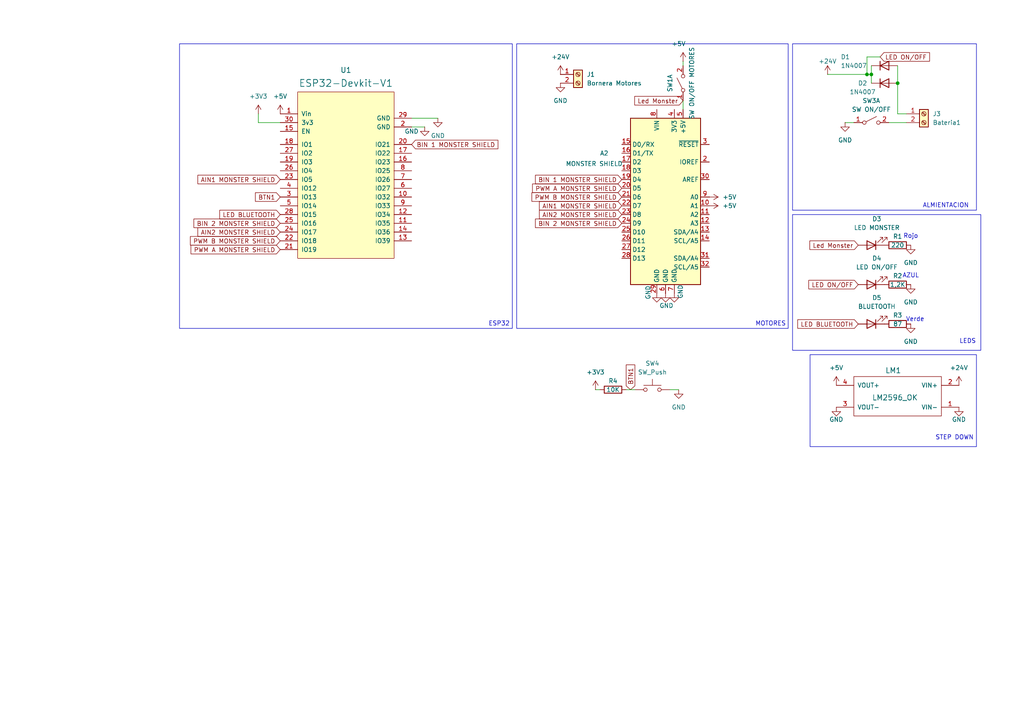
<source format=kicad_sch>
(kicad_sch (version 20231120) (generator "eeschema") (generator_version "8.0")
  (paper "A4")
  (lib_symbols
    (symbol "Connector:Screw_Terminal_01x02" (pin_names (offset 1.016) hide)
      (property "Reference" "J" (at 0 2.54 0))
      (property "Value" "Screw_Terminal_01x02" (at 0 -5.08 0))
      (symbol "Screw_Terminal_01x02_1_1"
        (rectangle (start -1.27 1.27) (end 1.27 -3.81) (stroke (width 0.254)) (fill (type background)))
        (circle (center 0 -2.54) (radius 0.635) (stroke (width 0.1524)))
        (polyline (pts (xy -0.5334 -2.2098) (xy 0.3302 -3.048)) (stroke (width 0.1524)))
        (polyline (pts (xy -0.5334 0.3302) (xy 0.3302 -0.508)) (stroke (width 0.1524)))
        (polyline (pts (xy -0.3556 -2.032) (xy 0.508 -2.8702)) (stroke (width 0.1524)))
        (polyline (pts (xy -0.3556 0.508) (xy 0.508 -0.3302)) (stroke (width 0.1524)))
        (circle (center 0 0) (radius 0.635) (stroke (width 0.1524)))
        (pin passive line (at -5.08 0 0) (length 3.81) (name "Pin_1") (number "1"))
        (pin passive line (at -5.08 -2.54 0) (length 3.81) (name "Pin_2") (number "2"))
      )
    )
    (symbol "Device:LED" (pin_numbers hide) (pin_names (offset 1.016) hide)
      (property "Reference" "D" (at 0 2.54 0))
      (property "Value" "LED" (at 0 -2.54 0))
      (symbol "LED_0_1"
        (polyline (pts (xy -1.27 -1.27) (xy -1.27 1.27)) (stroke (width 0.254)))
        (polyline (pts (xy -1.27 0) (xy 1.27 0)))
        (polyline (pts (xy 1.27 -1.27) (xy 1.27 1.27) (xy -1.27 0) (xy 1.27 -1.27)) (stroke (width 0.254)))
        (polyline (pts (xy -3.048 -0.762) (xy -4.572 -2.286) (xy -3.81 -2.286) (xy -4.572 -2.286) (xy -4.572 -1.524)))
        (polyline (pts (xy -1.778 -0.762) (xy -3.302 -2.286) (xy -2.54 -2.286) (xy -3.302 -2.286) (xy -3.302 -1.524)))
      )
      (symbol "LED_1_1"
        (pin passive line (at -3.81 0 0) (length 2.54) (name "K") (number "1"))
        (pin passive line (at 3.81 0 180) (length 2.54) (name "A") (number "2"))
      )
    )
    (symbol "Device:R" (pin_numbers hide) (pin_names (offset 0))
      (property "Reference" "R" (at 2.032 0 90))
      (property "Value" "R" (at 0 0 90))
      (symbol "R_0_1"
        (rectangle (start -1.016 -2.54) (end 1.016 2.54) (stroke (width 0.254)))
      )
      (symbol "R_1_1"
        (pin passive line (at 0 3.81 270) (length 1.27) (name "~") (number "1"))
        (pin passive line (at 0 -3.81 90) (length 1.27) (name "~") (number "2"))
      )
    )
    (symbol "Diode:1N4007" (pin_numbers hide) (pin_names hide)
      (property "Reference" "D" (at 0 2.54 0))
      (property "Value" "1N4007" (at 0 -2.54 0))
      (symbol "1N4007_0_1"
        (polyline (pts (xy -1.27 1.27) (xy -1.27 -1.27)) (stroke (width 0.254)))
        (polyline (pts (xy 1.27 0) (xy -1.27 0)))
        (polyline (pts (xy 1.27 1.27) (xy 1.27 -1.27) (xy -1.27 0) (xy 1.27 1.27)) (stroke (width 0.254)))
      )
      (symbol "1N4007_1_1"
        (pin passive line (at -3.81 0 0) (length 2.54) (name "K") (number "1"))
        (pin passive line (at 3.81 0 180) (length 2.54) (name "A") (number "2"))
      )
    )
    (symbol "LM2596:LM2596_OK" (pin_names (offset 1.016))
      (property "Reference" "LM1" (at 7.366 -1.524 90))
      (property "Value" "LM2596_OK" (at 4.572 -1.27 90))
      (symbol "LM2596_OK_0_1"
        (rectangle (start -8.89 11.43) (end 2.54 -13.97))
      )
      (symbol "LM2596_OK_1_1"
        (pin input line (at 0 -19.05 90) (length 5.08) (name "VIN-") (number "1"))
        (pin input line (at -6.35 -19.05 90) (length 5.08) (name "VIN+") (number "2"))
        (pin input line (at 0 16.51 270) (length 5.08) (name "VOUT-") (number "3"))
        (pin input line (at -6.35 16.51 270) (length 5.08) (name "VOUT+") (number "4"))
      )
    )
    (symbol "MCU_Module:Arduino_UNO_R3"
      (property "Reference" "A" (at -10.16 23.495 0))
      (property "Value" "Arduino_UNO_R3" (at 5.08 -26.67 0))
      (symbol "Arduino_UNO_R3_0_1"
        (rectangle (start -10.16 22.86) (end 10.16 -25.4) (stroke (width 0.254)) (fill (type background)))
      )
      (symbol "Arduino_UNO_R3_1_1"
        (pin no_connect line (at -10.16 -20.32 0) (length 2.54) hide (name "NC") (number "1"))
        (pin bidirectional line (at 12.7 -2.54 180) (length 2.54) (name "A1") (number "10"))
        (pin bidirectional line (at 12.7 -5.08 180) (length 2.54) (name "A2") (number "11"))
        (pin bidirectional line (at 12.7 -7.62 180) (length 2.54) (name "A3") (number "12"))
        (pin bidirectional line (at 12.7 -10.16 180) (length 2.54) (name "SDA/A4") (number "13"))
        (pin bidirectional line (at 12.7 -12.7 180) (length 2.54) (name "SCL/A5") (number "14"))
        (pin bidirectional line (at -12.7 15.24 0) (length 2.54) (name "D0/RX") (number "15"))
        (pin bidirectional line (at -12.7 12.7 0) (length 2.54) (name "D1/TX") (number "16"))
        (pin bidirectional line (at -12.7 10.16 0) (length 2.54) (name "D2") (number "17"))
        (pin bidirectional line (at -12.7 7.62 0) (length 2.54) (name "D3") (number "18"))
        (pin bidirectional line (at -12.7 5.08 0) (length 2.54) (name "D4") (number "19"))
        (pin output line (at 12.7 10.16 180) (length 2.54) (name "IOREF") (number "2"))
        (pin bidirectional line (at -12.7 2.54 0) (length 2.54) (name "D5") (number "20"))
        (pin bidirectional line (at -12.7 0 0) (length 2.54) (name "D6") (number "21"))
        (pin bidirectional line (at -12.7 -2.54 0) (length 2.54) (name "D7") (number "22"))
        (pin bidirectional line (at -12.7 -5.08 0) (length 2.54) (name "D8") (number "23"))
        (pin bidirectional line (at -12.7 -7.62 0) (length 2.54) (name "D9") (number "24"))
        (pin bidirectional line (at -12.7 -10.16 0) (length 2.54) (name "D10") (number "25"))
        (pin bidirectional line (at -12.7 -12.7 0) (length 2.54) (name "D11") (number "26"))
        (pin bidirectional line (at -12.7 -15.24 0) (length 2.54) (name "D12") (number "27"))
        (pin bidirectional line (at -12.7 -17.78 0) (length 2.54) (name "D13") (number "28"))
        (pin power_in line (at -2.54 -27.94 90) (length 2.54) (name "GND") (number "29"))
        (pin input line (at 12.7 15.24 180) (length 2.54) (name "~{RESET}") (number "3"))
        (pin input line (at 12.7 5.08 180) (length 2.54) (name "AREF") (number "30"))
        (pin bidirectional line (at 12.7 -17.78 180) (length 2.54) (name "SDA/A4") (number "31"))
        (pin bidirectional line (at 12.7 -20.32 180) (length 2.54) (name "SCL/A5") (number "32"))
        (pin power_out line (at 2.54 25.4 270) (length 2.54) (name "3V3") (number "4"))
        (pin power_out line (at 5.08 25.4 270) (length 2.54) (name "+5V") (number "5"))
        (pin power_in line (at 0 -27.94 90) (length 2.54) (name "GND") (number "6"))
        (pin power_in line (at 2.54 -27.94 90) (length 2.54) (name "GND") (number "7"))
        (pin power_in line (at -2.54 25.4 270) (length 2.54) (name "VIN") (number "8"))
        (pin bidirectional line (at 12.7 0 180) (length 2.54) (name "A0") (number "9"))
      )
    )
    (symbol "Switch:SW_DPST_x2" (pin_names (offset 0) hide)
      (property "Reference" "SW" (at 0 3.175 0))
      (property "Value" "SW_DPST_x2" (at 0 -2.54 0))
      (symbol "SW_DPST_x2_0_0"
        (circle (center -2.032 0) (radius 0.508))
        (polyline (pts (xy -1.524 0.254) (xy 1.524 1.778)))
        (circle (center 2.032 0) (radius 0.508))
      )
      (symbol "SW_DPST_x2_1_1"
        (pin passive line (at -5.08 0 0) (length 2.54) (name "A") (number "1"))
        (pin passive line (at 5.08 0 180) (length 2.54) (name "B") (number "2"))
      )
      (symbol "SW_DPST_x2_2_1"
        (pin passive line (at -5.08 0 0) (length 2.54) (name "A") (number "3"))
        (pin passive line (at 5.08 0 180) (length 2.54) (name "B") (number "4"))
      )
    )
    (symbol "Switch:SW_Push" (pin_numbers hide) (pin_names (offset 1.016) hide)
      (property "Reference" "SW" (at 1.27 2.54 0))
      (property "Value" "SW_Push" (at 0 -1.524 0))
      (symbol "SW_Push_0_1"
        (circle (center -2.032 0) (radius 0.508))
        (polyline (pts (xy 0 1.27) (xy 0 3.048)))
        (polyline (pts (xy 2.54 1.27) (xy -2.54 1.27)))
        (circle (center 2.032 0) (radius 0.508))
        (pin passive line (at -5.08 0 0) (length 2.54) (name "1") (number "1"))
        (pin passive line (at 5.08 0 180) (length 2.54) (name "2") (number "2"))
      )
    )
    (symbol "esp32-devkit-v1:ESP32-Devkit-V1" (pin_names (offset 1.016))
      (property "Reference" "U" (at 13.97 -21.59 0))
      (property "Value" "ESP32-Devkit-V1" (at 13.97 -2.54 0))
      (symbol "ESP32-Devkit-V1_0_1"
        (rectangle (start 0 0) (end 27.94 -48.26) (fill (type background)))
      )
      (symbol "ESP32-Devkit-V1_1_1"
        (pin power_in line (at -5.08 -6.35 0) (length 5.08) (name "Vin") (number "1"))
        (pin bidirectional line (at 33.02 -30.48 180) (length 5.08) (name "IO32") (number "10"))
        (pin bidirectional line (at 33.02 -38.1 180) (length 5.08) (name "IO35") (number "11"))
        (pin bidirectional line (at 33.02 -35.56 180) (length 5.08) (name "IO34") (number "12"))
        (pin bidirectional line (at 33.02 -43.18 180) (length 5.08) (name "IO39") (number "13"))
        (pin bidirectional line (at 33.02 -40.64 180) (length 5.08) (name "IO36") (number "14"))
        (pin input line (at -5.08 -11.43 0) (length 5.08) (name "EN") (number "15"))
        (pin bidirectional line (at 33.02 -20.32 180) (length 5.08) (name "IO23") (number "16"))
        (pin bidirectional line (at 33.02 -17.78 180) (length 5.08) (name "IO22") (number "17"))
        (pin bidirectional line (at -5.08 -15.24 0) (length 5.08) (name "IO1") (number "18"))
        (pin bidirectional line (at -5.08 -20.32 0) (length 5.08) (name "IO3") (number "19"))
        (pin power_out line (at 33.02 -10.16 180) (length 5.08) (name "GND") (number "2"))
        (pin bidirectional line (at 33.02 -15.24 180) (length 5.08) (name "IO21") (number "20"))
        (pin bidirectional line (at -5.08 -45.72 0) (length 5.08) (name "IO19") (number "21"))
        (pin bidirectional line (at -5.08 -43.18 0) (length 5.08) (name "IO18") (number "22"))
        (pin bidirectional line (at -5.08 -25.4 0) (length 5.08) (name "IO5") (number "23"))
        (pin bidirectional line (at -5.08 -40.64 0) (length 5.08) (name "IO17") (number "24"))
        (pin bidirectional line (at -5.08 -38.1 0) (length 5.08) (name "IO16") (number "25"))
        (pin bidirectional line (at -5.08 -22.86 0) (length 5.08) (name "IO4") (number "26"))
        (pin bidirectional line (at -5.08 -17.78 0) (length 5.08) (name "IO2") (number "27"))
        (pin bidirectional line (at -5.08 -35.56 0) (length 5.08) (name "IO15") (number "28"))
        (pin power_out line (at 33.02 -7.62 180) (length 5.08) (name "GND") (number "29"))
        (pin bidirectional line (at -5.08 -30.48 0) (length 5.08) (name "IO13") (number "3"))
        (pin power_out line (at -5.08 -8.89 0) (length 5.08) (name "3v3") (number "30"))
        (pin bidirectional line (at -5.08 -27.94 0) (length 5.08) (name "IO12") (number "4"))
        (pin bidirectional line (at -5.08 -33.02 0) (length 5.08) (name "IO14") (number "5"))
        (pin bidirectional line (at 33.02 -27.94 180) (length 5.08) (name "IO27") (number "6"))
        (pin bidirectional line (at 33.02 -25.4 180) (length 5.08) (name "IO26") (number "7"))
        (pin bidirectional line (at 33.02 -22.86 180) (length 5.08) (name "IO25") (number "8"))
        (pin bidirectional line (at 33.02 -33.02 180) (length 5.08) (name "IO33") (number "9"))
      )
    )
    (symbol "power:+24V" (power) (pin_numbers hide) (pin_names (offset 0) hide)
      (property "Value" "+24V" (at 0 3.556 0))
      (symbol "+24V_0_1"
        (polyline (pts (xy -0.762 1.27) (xy 0 2.54)))
        (polyline (pts (xy 0 0) (xy 0 2.54)))
        (polyline (pts (xy 0 2.54) (xy 0.762 1.27)))
      )
      (symbol "+24V_1_1"
        (pin power_in line (at 0 0 90) (length 0) (name "~") (number "1"))
      )
    )
    (symbol "power:+3V3" (power) (pin_numbers hide) (pin_names (offset 0) hide)
      (property "Value" "+3V3" (at 0 3.556 0))
      (symbol "+3V3_0_1"
        (polyline (pts (xy -0.762 1.27) (xy 0 2.54)))
        (polyline (pts (xy 0 0) (xy 0 2.54)))
        (polyline (pts (xy 0 2.54) (xy 0.762 1.27)))
      )
      (symbol "+3V3_1_1"
        (pin power_in line (at 0 0 90) (length 0) (name "~") (number "1"))
      )
    )
    (symbol "power:+5V" (power) (pin_numbers hide) (pin_names (offset 0) hide)
      (property "Value" "+5V" (at 0 3.556 0))
      (symbol "+5V_0_1"
        (polyline (pts (xy -0.762 1.27) (xy 0 2.54)))
        (polyline (pts (xy 0 0) (xy 0 2.54)))
        (polyline (pts (xy 0 2.54) (xy 0.762 1.27)))
      )
      (symbol "+5V_1_1"
        (pin power_in line (at 0 0 90) (length 0) (name "~") (number "1"))
      )
    )
    (symbol "power:GND" (power) (pin_numbers hide) (pin_names (offset 0) hide)
      (property "Value" "GND" (at 0 -3.81 0))
      (symbol "GND_0_1"
        (polyline (pts (xy 0 0) (xy 0 -1.27) (xy 1.27 -1.27) (xy 0 -2.54) (xy -1.27 -1.27) (xy 0 -1.27)))
      )
      (symbol "GND_1_1"
        (pin power_in line (at 0 0 270) (length 0) (name "~") (number "1"))
      )
    )
  )
  (junction (at 251.46 21.59))
  (junction (at 260.35 24.13))
  (junction (at 252.73 21.59))
  (wire (pts (xy 252.73 19.05) (xy 252.73 21.59)))
  (wire (pts (xy 181.61 113.03) (xy 184.15 113.03)))
  (wire (pts (xy 252.73 21.59) (xy 252.73 24.13)))
  (wire (pts (xy 245.11 35.56) (xy 247.65 35.56)))
  (wire (pts (xy 74.93 33.02) (xy 74.93 35.56)))
  (wire (pts (xy 198.12 17.78) (xy 198.12 19.05)))
  (wire (pts (xy 251.46 16.51) (xy 251.46 21.59)))
  (wire (pts (xy 251.46 16.51) (xy 255.27 16.51)))
  (wire (pts (xy 260.35 33.02) (xy 260.35 24.13)))
  (wire (pts (xy 257.81 35.56) (xy 262.89 35.56)))
  (wire (pts (xy 240.03 21.59) (xy 251.46 21.59)))
  (wire (pts (xy 251.46 21.59) (xy 252.73 21.59)))
  (wire (pts (xy 262.89 33.02) (xy 260.35 33.02)))
  (wire (pts (xy 196.85 113.03) (xy 194.31 113.03)))
  (wire (pts (xy 74.93 35.56) (xy 81.28 35.56)))
  (wire (pts (xy 127 34.29) (xy 119.38 34.29)))
  (wire (pts (xy 198.12 29.21) (xy 198.12 31.75)))
  (wire (pts (xy 260.35 19.05) (xy 260.35 24.13)))
  (wire (pts (xy 172.72 113.03) (xy 173.99 113.03)))
  (wire (pts (xy 123.19 36.83) (xy 119.38 36.83)))
  (rectangle (start 229.87 62.23) (end 284.48 101.6))
  (rectangle (start 149.86 12.7) (end 228.6 95.25))
  (rectangle (start 52.07 12.7) (end 148.59 95.25))
  (rectangle (start 229.87 12.7) (end 283.21 60.96))
  (rectangle (start 234.95 102.87) (end 283.21 129.54))
  (text "ALMIENTACION" (at 274.32 59.69 0) (effects (font (size 1.27 1.27))))
  (text "LEDS" (at 280.67 99.06 0) (effects (font (size 1.27 1.27))))
  (text "AZUL" (at 264.16 80.01 0) (effects (font (size 1.27 1.27))))
  (text "Rojo" (at 264.16 68.58 0) (effects (font (size 1.27 1.27))))
  (text "Verde" (at 265.43 92.71 0) (effects (font (size 1.27 1.27))))
  (text "MOTORES" (at 223.52 93.98 0) (effects (font (size 1.27 1.27))))
  (text "ESP32" (at 144.78 93.98 0) (effects (font (size 1.27 1.27))))
  (text "STEP DOWN" (at 276.86 127 0) (effects (font (size 1.27 1.27))))
  (global_label "BIN 2 MONSTER SHIELD" (shape input) (at 180.34 64.77 180) (property "Intersheetrefs" "${INTERSHEET_REFS}" (effects (hide yes))))
  (global_label "LED ON{slash}OFF" (shape input) (at 248.92 82.55 180) (property "Intersheetrefs" "${INTERSHEET_REFS}" (effects (hide yes))))
  (global_label "AIN1 MONSTER SHIELD" (shape input) (at 180.34 59.69 180) (property "Intersheetrefs" "${INTERSHEET_REFS}" (effects (hide yes))))
  (global_label "PWM B MONSTER SHIELD" (shape input) (at 180.34 57.15 180) (property "Intersheetrefs" "${INTERSHEET_REFS}" (effects (hide yes))))
  (global_label "Led Monster" (shape input) (at 248.92 71.12 180) (property "Intersheetrefs" "${INTERSHEET_REFS}" (effects (hide yes))))
  (global_label "AIN2 MONSTER SHIELD" (shape input) (at 81.28 67.31 180) (property "Intersheetrefs" "${INTERSHEET_REFS}" (effects (hide yes))))
  (global_label "AIN1 MONSTER SHIELD" (shape input) (at 81.28 52.07 180) (property "Intersheetrefs" "${INTERSHEET_REFS}" (effects (hide yes))))
  (global_label "BTN1" (shape input) (at 182.88 113.03 90) (property "Intersheetrefs" "${INTERSHEET_REFS}" (effects (hide yes))))
  (global_label "PWM A MONSTER SHIELD" (shape input) (at 180.34 54.61 180) (property "Intersheetrefs" "${INTERSHEET_REFS}" (effects (hide yes))))
  (global_label "PWM A MONSTER SHIELD" (shape input) (at 81.28 72.39 180) (property "Intersheetrefs" "${INTERSHEET_REFS}" (effects (hide yes))))
  (global_label "BTN1" (shape input) (at 81.28 57.15 180) (property "Intersheetrefs" "${INTERSHEET_REFS}" (effects (hide yes))))
  (global_label "BIN 2 MONSTER SHIELD" (shape input) (at 81.28 64.77 180) (property "Intersheetrefs" "${INTERSHEET_REFS}" (effects (hide yes))))
  (global_label "Led Monster" (shape input) (at 198.12 29.21 180) (property "Intersheetrefs" "${INTERSHEET_REFS}" (effects (hide yes))))
  (global_label "BIN 1 MONSTER SHIELD" (shape input) (at 119.38 41.91 0) (property "Intersheetrefs" "${INTERSHEET_REFS}" (effects (hide yes))))
  (global_label "BIN 1 MONSTER SHIELD" (shape input) (at 180.34 52.07 180) (property "Intersheetrefs" "${INTERSHEET_REFS}" (effects (hide yes))))
  (global_label "LED BLUETOOTH" (shape input) (at 81.28 62.23 180) (property "Intersheetrefs" "${INTERSHEET_REFS}" (effects (hide yes))))
  (global_label "AIN2 MONSTER SHIELD" (shape input) (at 180.34 62.23 180) (property "Intersheetrefs" "${INTERSHEET_REFS}" (effects (hide yes))))
  (global_label "LED ON{slash}OFF" (shape input) (at 255.27 16.51 0) (property "Intersheetrefs" "${INTERSHEET_REFS}" (effects (hide yes))))
  (global_label "LED BLUETOOTH" (shape input) (at 248.92 93.98 180) (property "Intersheetrefs" "${INTERSHEET_REFS}" (effects (hide yes))))
  (global_label "PWM B MONSTER SHIELD" (shape input) (at 81.28 69.85 180) (property "Intersheetrefs" "${INTERSHEET_REFS}" (effects (hide yes))))
  (symbol (lib_id "power:GND") (at 193.04 85.09 0) (unit 1)
    (property "Reference" "#PWR02" (effects (hide yes)))
    (property "Value" "GND" (at 193.294 88.646 0))
    (property "Description" "Power symbol creates a global label with name \"GND\" , ground" (effects (hide yes)))
  )
  (symbol (lib_id "power:GND") (at 264.16 93.98 0) (unit 1)
    (property "Reference" "#PWR021" (effects (hide yes)))
    (property "Value" "GND" (at 264.16 99.06 0))
    (property "Description" "Power symbol creates a global label with name \"GND\" , ground" (effects (hide yes)))
  )
  (symbol (lib_id "power:+24V") (at 162.56 21.59 0) (unit 1)
    (property "Reference" "#PWR017" (effects (hide yes)))
    (property "Value" "+24V" (at 162.56 16.51 0))
    (property "Description" "Power symbol creates a global label with name \"+24V\"" (effects (hide yes)))
  )
  (symbol (lib_id "Switch:SW_DPST_x2") (at 198.12 24.13 90) (unit 1)
    (property "Reference" "SW1" (at 194.31 24.13 0))
    (property "Value" "SW ON/OFF MOTORES" (at 200.66 24.13 0))
    (property "Footprint" "Button_Switch_THT:SW_Slide_SPDT_Angled_CK_OS102011MA1Q" (effects (hide yes)))
    (property "Description" "Single Pole Single Throw (SPST) switch, separate symbol" (effects (hide yes)))
  )
  (symbol (lib_id "power:GND") (at 264.16 71.12 0) (unit 1)
    (property "Reference" "#PWR019" (effects (hide yes)))
    (property "Value" "GND" (at 264.16 76.2 0))
    (property "Description" "Power symbol creates a global label with name \"GND\" , ground" (effects (hide yes)))
  )
  (symbol (lib_id "power:+5V") (at 205.74 57.15 270) (unit 1)
    (property "Reference" "#PWR05" (effects (hide yes)))
    (property "Value" "+5V" (at 209.55 57.1499 90) (effects (justify left)))
    (property "Description" "Power symbol creates a global label with name \"+5V\"" (effects (hide yes)))
  )
  (symbol (lib_id "power:GND") (at 242.57 118.11 0) (unit 1)
    (property "Reference" "#PWR07" (effects (hide yes)))
    (property "Value" "GND" (at 242.57 121.666 0))
    (property "Description" "Power symbol creates a global label with name \"GND\" , ground" (effects (hide yes)))
  )
  (symbol (lib_id "power:GND") (at 162.56 24.13 0) (unit 1)
    (property "Reference" "#PWR018" (effects (hide yes)))
    (property "Value" "GND" (at 162.56 29.21 0))
    (property "Description" "Power symbol creates a global label with name \"GND\" , ground" (effects (hide yes)))
  )
  (symbol (lib_id "Device:LED") (at 252.73 71.12 180) (unit 1)
    (property "Reference" "D3" (at 254.3175 63.5 0))
    (property "Value" "LED MONSTER" (at 254.3175 66.04 0))
    (property "Footprint" "LED_THT:LED_D5.0mm_Horizontal_O1.27mm_Z3.0mm" (effects (hide yes)))
    (property "Description" "Light emitting diode" (effects (hide yes)))
  )
  (symbol (lib_id "Diode:1N4007") (at 256.54 19.05 0) (unit 1)
    (property "Reference" "D1" (at 243.84 16.51 0) (effects (justify left)))
    (property "Value" "1N4007" (at 243.84 19.05 0) (effects (justify left)))
    (property "Footprint" "Diode_THT:D_DO-41_SOD81_P10.16mm_Horizontal" (effects (hide yes)))
    (property "Datasheet" "http://www.vishay.com/docs/88503/1n4001.pdf" (effects (hide yes)))
    (property "Description" "1000V 1A General Purpose Rectifier Diode, DO-41" (effects (hide yes)))
    (property "Sim.Device" "D" (effects (hide yes)))
    (property "Sim.Pins" "1=K 2=A" (effects (hide yes)))
  )
  (symbol (lib_id "power:GND") (at 195.58 85.09 0) (unit 1)
    (property "Reference" "#PWR03" (effects (hide yes)))
    (property "Value" "GND" (at 197.358 84.582 90))
    (property "Description" "Power symbol creates a global label with name \"GND\" , ground" (effects (hide yes)))
  )
  (symbol (lib_id "power:GND") (at 196.85 113.03 0) (unit 1)
    (property "Reference" "#PWR022" (effects (hide yes)))
    (property "Value" "GND" (at 196.85 118.11 0))
    (property "Description" "Power symbol creates a global label with name \"GND\" , ground" (effects (hide yes)))
  )
  (symbol (lib_id "power:+5V") (at 242.57 111.76 0) (unit 1)
    (property "Reference" "#PWR012" (effects (hide yes)))
    (property "Value" "+5V" (at 242.57 106.68 0))
    (property "Description" "Power symbol creates a global label with name \"+5V\"" (effects (hide yes)))
  )
  (symbol (lib_id "power:GND") (at 264.16 82.55 0) (unit 1)
    (property "Reference" "#PWR020" (effects (hide yes)))
    (property "Value" "GND" (at 264.16 87.63 0))
    (property "Description" "Power symbol creates a global label with name \"GND\" , ground" (effects (hide yes)))
  )
  (symbol (lib_id "Connector:Screw_Terminal_01x02") (at 267.97 33.02 0) (unit 1)
    (property "Reference" "J3" (at 270.51 33.0199 0) (effects (justify left)))
    (property "Value" "Bateria1" (at 270.51 35.5599 0) (effects (justify left)))
    (property "Footprint" "Connector_AMASS:AMASS_XT60-M_1x02_P7.20mm_Vertical" (effects (hide yes)))
    (property "Description" "Generic screw terminal, single row, 01x02, script generated (kicad-library-utils/schlib/autogen/connector/)" (effects (hide yes)))
  )
  (symbol (lib_id "Device:R") (at 260.35 71.12 90) (unit 1)
    (property "Reference" "R1" (at 260.35 68.58 90))
    (property "Value" "220" (at 260.35 71.12 90))
    (property "Footprint" "Resistor_THT:R_Axial_DIN0207_L6.3mm_D2.5mm_P10.16mm_Horizontal" (effects (hide yes)))
    (property "Description" "Resistor" (effects (hide yes)))
  )
  (symbol (lib_id "MCU_Module:Arduino_UNO_R3") (at 193.04 57.15 0) (unit 1)
    (property "Reference" "A2" (at 173.99 44.45 0) (effects (justify left)))
    (property "Value" "MONSTER SHIELD" (at 164.084 47.498 0) (effects (justify left)))
    (property "Footprint" "Module:Arduino_UNO_R3" (effects (hide yes)))
    (property "Datasheet" "https://www.arduino.cc/en/Main/arduinoBoardUno" (effects (hide yes)))
    (property "Description" "Arduino UNO Microcontroller Module, release 3" (effects (hide yes)))
  )
  (symbol (lib_id "power:GND") (at 123.19 36.83 0) (unit 1)
    (property "Reference" "#PWR016" (effects (hide yes)))
    (property "Value" "GND" (at 119.38 38.1 0))
    (property "Description" "Power symbol creates a global label with name \"GND\" , ground" (effects (hide yes)))
  )
  (symbol (lib_id "Device:R") (at 260.35 93.98 90) (unit 1)
    (property "Reference" "R3" (at 260.35 91.44 90))
    (property "Value" "87" (at 260.35 93.98 90))
    (property "Footprint" "Resistor_THT:R_Axial_DIN0207_L6.3mm_D2.5mm_P10.16mm_Horizontal" (effects (hide yes)))
    (property "Description" "Resistor" (effects (hide yes)))
  )
  (symbol (lib_id "power:+5V") (at 81.28 33.02 0) (unit 1)
    (property "Reference" "#PWR013" (effects (hide yes)))
    (property "Value" "+5V" (at 81.28 27.94 0))
    (property "Description" "Power symbol creates a global label with name \"+5V\"" (effects (hide yes)))
  )
  (symbol (lib_id "Device:R") (at 260.35 82.55 90) (unit 1)
    (property "Reference" "R2" (at 260.35 80.01 90))
    (property "Value" "1,2K" (at 260.35 82.55 90))
    (property "Footprint" "Resistor_THT:R_Axial_DIN0207_L6.3mm_D2.5mm_P10.16mm_Horizontal" (effects (hide yes)))
    (property "Description" "Resistor" (effects (hide yes)))
  )
  (symbol (lib_id "Device:LED") (at 252.73 93.98 180) (unit 1)
    (property "Reference" "D5" (at 254.3175 86.36 0))
    (property "Value" "BLUETOOTH" (at 254.3175 88.9 0))
    (property "Footprint" "Connector_Molex:Molex_KK-254_AE-6410-02A_1x02_P2.54mm_Vertical" (effects (hide yes)))
    (property "Description" "Light emitting diode" (effects (hide yes)))
  )
  (symbol (lib_id "power:+3V3") (at 172.72 113.03 0) (unit 1)
    (property "Reference" "#PWR024" (effects (hide yes)))
    (property "Value" "+3V3" (at 172.72 107.95 0))
    (property "Description" "Power symbol creates a global label with name \"+3V3\"" (effects (hide yes)))
  )
  (symbol (lib_id "power:+5V") (at 205.74 59.69 270) (unit 1)
    (property "Reference" "#PWR06" (effects (hide yes)))
    (property "Value" "+5V" (at 209.55 59.6899 90) (effects (justify left)))
    (property "Description" "Power symbol creates a global label with name \"+5V\"" (effects (hide yes)))
  )
  (symbol (lib_id "LM2596:LM2596_OK") (at 259.08 118.11 90) (mirror x) (unit 1)
    (property "Reference" "LM1" (at 259.08 107.442 90) (effects (font (size 1.524 1.524))))
    (property "Value" "LM2596_OK" (at 259.588 115.316 90) (effects (font (size 1.524 1.524))))
    (property "Footprint" "StepDown:LM2596_correctedMeas" (effects (hide yes)))
  )
  (symbol (lib_id "Connector:Screw_Terminal_01x02") (at 167.64 21.59 0) (unit 1)
    (property "Reference" "J1" (at 170.18 21.5899 0) (effects (justify left)))
    (property "Value" "Bornera Motores" (at 170.18 24.1299 0) (effects (justify left)))
    (property "Footprint" "TerminalBlock:TerminalBlock_bornier-2_P5.08mm" (effects (hide yes)))
    (property "Description" "Generic screw terminal, single row, 01x02, script generated (kicad-library-utils/schlib/autogen/connector/)" (effects (hide yes)))
  )
  (symbol (lib_id "Diode:1N4007") (at 256.54 24.13 0) (unit 1)
    (property "Reference" "D2" (at 250.19 24.13 0))
    (property "Value" "1N4007" (at 250.19 26.67 0))
    (property "Footprint" "Diode_THT:D_DO-41_SOD81_P10.16mm_Horizontal" (effects (hide yes)))
    (property "Datasheet" "http://www.vishay.com/docs/88503/1n4001.pdf" (effects (hide yes)))
    (property "Description" "1000V 1A General Purpose Rectifier Diode, DO-41" (effects (hide yes)))
    (property "Sim.Device" "D" (effects (hide yes)))
    (property "Sim.Pins" "1=K 2=A" (effects (hide yes)))
  )
  (symbol (lib_id "power:+24V") (at 240.03 21.59 0) (unit 1)
    (property "Reference" "#PWR010" (effects (hide yes)))
    (property "Value" "+24V" (at 240.03 17.78 0))
    (property "Description" "Power symbol creates a global label with name \"+24V\"" (effects (hide yes)))
  )
  (symbol (lib_id "power:+24V") (at 278.13 111.76 0) (unit 1)
    (property "Reference" "#PWR011" (effects (hide yes)))
    (property "Value" "+24V" (at 278.13 106.68 0))
    (property "Description" "Power symbol creates a global label with name \"+24V\"" (effects (hide yes)))
  )
  (symbol (lib_id "power:GND") (at 127 34.29 0) (unit 1)
    (property "Reference" "#PWR015" (effects (hide yes)))
    (property "Value" "GND" (at 127 39.37 0))
    (property "Description" "Power symbol creates a global label with name \"GND\" , ground" (effects (hide yes)))
  )
  (symbol (lib_id "power:GND") (at 190.5 85.09 0) (unit 1)
    (property "Reference" "#PWR01" (effects (hide yes)))
    (property "Value" "GND" (at 187.96 84.836 90))
    (property "Description" "Power symbol creates a global label with name \"GND\" , ground" (effects (hide yes)))
  )
  (symbol (lib_id "esp32-devkit-v1:ESP32-Devkit-V1") (at 86.36 26.67 0) (unit 1)
    (property "Reference" "U1" (at 100.33 20.32 0) (effects (font (size 1.524 1.524))))
    (property "Value" "ESP32-Devkit-V1" (at 100.33 24.13 0) (effects (font (size 2.0066 2.0066))))
    (property "Footprint" "DOIT_ESP32:DOIT_ESP32_Devkit_mirko" (effects (hide yes)))
  )
  (symbol (lib_id "power:+5V") (at 198.12 17.78 0) (unit 1)
    (property "Reference" "#PWR014" (effects (hide yes)))
    (property "Value" "+5V" (at 196.85 12.7 0))
    (property "Description" "Power symbol creates a global label with name \"+5V\"" (effects (hide yes)))
  )
  (symbol (lib_id "power:GND") (at 245.11 35.56 0) (unit 1)
    (property "Reference" "#PWR09" (effects (hide yes)))
    (property "Value" "GND" (at 245.11 40.64 0))
    (property "Description" "Power symbol creates a global label with name \"GND\" , ground" (effects (hide yes)))
  )
  (symbol (lib_id "power:+3V3") (at 74.93 33.02 0) (unit 1)
    (property "Reference" "#PWR023" (effects (hide yes)))
    (property "Value" "+3V3" (at 74.93 27.94 0))
    (property "Description" "Power symbol creates a global label with name \"+3V3\"" (effects (hide yes)))
  )
  (symbol (lib_id "Switch:SW_Push") (at 189.23 113.03 0) (unit 1)
    (property "Reference" "SW4" (at 189.23 105.41 0))
    (property "Value" "SW_Push" (at 189.23 107.95 0))
    (property "Footprint" "TerminalBlock:TerminalBlock_bornier-2_P5.08mm" (effects (hide yes)))
    (property "Description" "Push button switch, generic, two pins" (effects (hide yes)))
  )
  (symbol (lib_id "Device:R") (at 177.8 113.03 90) (unit 1)
    (property "Reference" "R4" (at 177.8 110.49 90))
    (property "Value" "10K" (at 177.8 113.03 90))
    (property "Footprint" "Resistor_THT:R_Axial_DIN0207_L6.3mm_D2.5mm_P10.16mm_Horizontal" (effects (hide yes)))
    (property "Description" "Resistor" (effects (hide yes)))
  )
  (symbol (lib_id "power:GND") (at 278.13 118.11 0) (unit 1)
    (property "Reference" "#PWR08" (effects (hide yes)))
    (property "Value" "GND" (at 278.13 121.666 0))
    (property "Description" "Power symbol creates a global label with name \"GND\" , ground" (effects (hide yes)))
  )
  (symbol (lib_id "Device:LED") (at 252.73 82.55 180) (unit 1)
    (property "Reference" "D4" (at 254.3175 74.93 0))
    (property "Value" "LED ON/OFF" (at 254.3175 77.47 0))
    (property "Footprint" "LED_THT:LED_D5.0mm_Horizontal_O1.27mm_Z3.0mm" (effects (hide yes)))
    (property "Description" "Light emitting diode" (effects (hide yes)))
  )
  (symbol (lib_id "Switch:SW_DPST_x2") (at 252.73 35.56 0) (unit 1)
    (property "Reference" "SW3" (at 252.73 29.21 0))
    (property "Value" "SW ON/OFF" (at 252.73 31.75 0))
    (property "Footprint" "TerminalBlock:TerminalBlock_bornier-2_P5.08mm" (effects (hide yes)))
    (property "Description" "Single Pole Single Throw (SPST) switch, separate symbol" (effects (hide yes)))
  )
)
</source>
